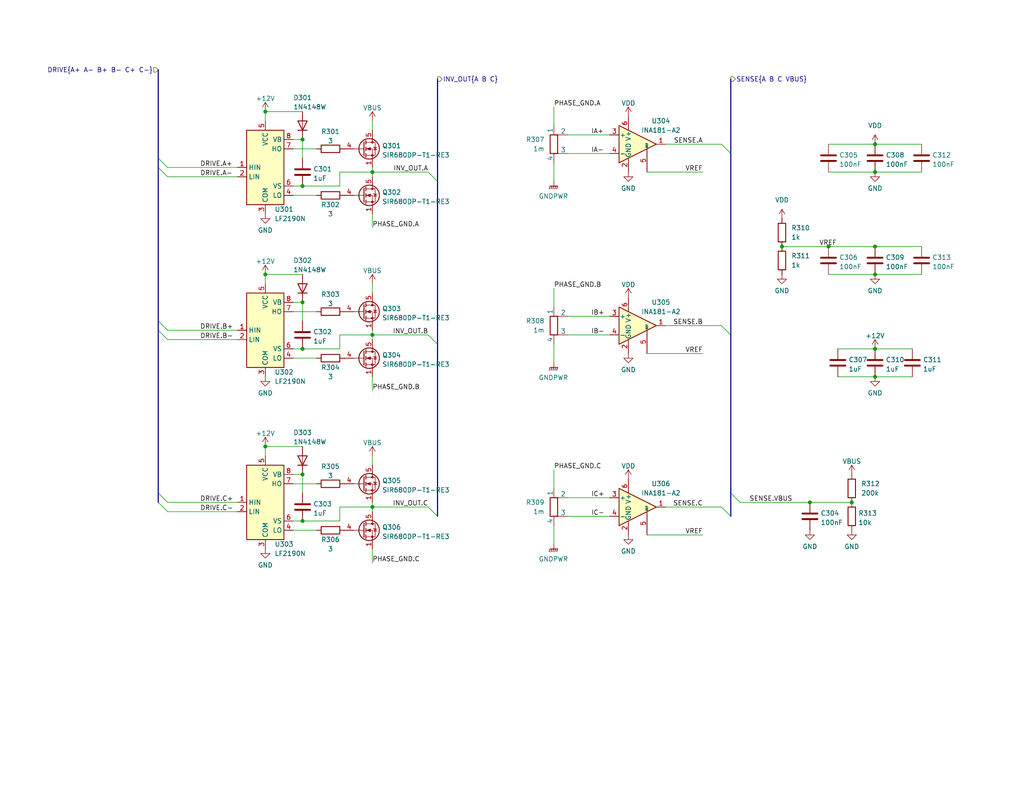
<source format=kicad_sch>
(kicad_sch (version 20230121) (generator eeschema)
  (paper "USLetter")
  (title_block (title "Radome Dish Motor Controller") (date "2023-03-29") (rev "1.0") (company "MIT Radio Society"))
  (lib_symbols
    (symbol "Amplifier_Current:INA181" (pin_names (offset 0.127))
      (property "Reference" "U" (at 3.81 3.81 0))
      (property "Value" "INA181" (at 3.81 -2.54 0))
      (symbol "INA181_0_1"
        (polyline (pts (xy 5.08 0) (xy -5.08 5.08) (xy -5.08 -5.08) (xy 5.08 0)) (stroke (width 0.254)) (fill (type background)))
      )
      (symbol "INA181_1_1"
        (pin output line (at 7.62 0 180) (length 2.54) (name "~") (number "1"))
        (pin power_in line (at -2.54 -7.62 90) (length 3.81) (name "GND") (number "2"))
        (pin input line (at -7.62 2.54 0) (length 2.54) (name "+") (number "3"))
        (pin input line (at -7.62 -2.54 0) (length 2.54) (name "-") (number "4"))
        (pin input line (at 2.54 -7.62 90) (length 6.35) (name "REF") (number "5"))
        (pin power_in line (at -2.54 7.62 270) (length 3.81) (name "V+") (number "6"))
      )
    )
    (symbol "Device:C" (pin_numbers hide) (pin_names (offset 0.254))
      (property "Reference" "C" (at 0.635 2.54 0))
      (property "Value" "C" (at 0.635 -2.54 0))
      (symbol "C_0_1"
        (polyline (pts (xy -2.032 -0.762) (xy 2.032 -0.762)) (stroke (width 0.508)))
        (polyline (pts (xy -2.032 0.762) (xy 2.032 0.762)) (stroke (width 0.508)))
      )
      (symbol "C_1_1"
        (pin passive line (at 0 3.81 270) (length 2.794) (name "~") (number "1"))
        (pin passive line (at 0 -3.81 90) (length 2.794) (name "~") (number "2"))
      )
    )
    (symbol "Device:R" (pin_numbers hide) (pin_names (offset 0))
      (property "Reference" "R" (at 2.032 0 90))
      (property "Value" "R" (at 0 0 90))
      (symbol "R_0_1"
        (rectangle (start -1.016 -2.54) (end 1.016 2.54) (stroke (width 0.254)))
      )
      (symbol "R_1_1"
        (pin passive line (at 0 3.81 270) (length 1.27) (name "~") (number "1"))
        (pin passive line (at 0 -3.81 90) (length 1.27) (name "~") (number "2"))
      )
    )
    (symbol "Device:R_Shunt" (pin_numbers hide) (pin_names (offset 0))
      (property "Reference" "R" (at -4.445 0 90))
      (property "Value" "R_Shunt" (at -2.54 0 90))
      (symbol "R_Shunt_0_1"
        (rectangle (start -1.016 -2.54) (end 1.016 2.54) (stroke (width 0.254)))
        (polyline (pts (xy 0 -2.54) (xy 1.27 -2.54)))
        (polyline (pts (xy 1.27 2.54) (xy 0 2.54)))
      )
      (symbol "R_Shunt_1_1"
        (pin passive line (at 0 5.08 270) (length 2.54) (name "1") (number "1"))
        (pin passive line (at 3.81 2.54 180) (length 2.54) (name "2") (number "2"))
        (pin passive line (at 3.81 -2.54 180) (length 2.54) (name "3") (number "3"))
        (pin passive line (at 0 -5.08 90) (length 2.54) (name "4") (number "4"))
      )
    )
    (symbol "Diode:1N4148W" (pin_numbers hide) (pin_names (offset 1.016) hide)
      (property "Reference" "D" (at 0 2.54 0))
      (property "Value" "1N4148W" (at 0 -2.54 0))
      (symbol "1N4148W_0_1"
        (polyline (pts (xy -1.27 1.27) (xy -1.27 -1.27)) (stroke (width 0.254)))
        (polyline (pts (xy 1.27 0) (xy -1.27 0)))
        (polyline (pts (xy 1.27 1.27) (xy 1.27 -1.27) (xy -1.27 0) (xy 1.27 1.27)) (stroke (width 0.254)))
      )
      (symbol "1N4148W_1_1"
        (pin passive line (at -3.81 0 0) (length 2.54) (name "K") (number "1"))
        (pin passive line (at 3.81 0 180) (length 2.54) (name "A") (number "2"))
      )
    )
    (symbol "Driver_FET:IRS2181"
      (property "Reference" "U" (at 1.27 13.335 0))
      (property "Value" "IRS2181" (at 1.27 11.43 0))
      (symbol "IRS2181_0_1"
        (rectangle (start -5.08 -10.16) (end 5.08 10.16) (stroke (width 0.254)) (fill (type background)))
      )
      (symbol "IRS2181_1_1"
        (pin input line (at -7.62 0 0) (length 2.54) (name "HIN") (number "1"))
        (pin input line (at -7.62 -2.54 0) (length 2.54) (name "LIN") (number "2"))
        (pin power_in line (at 0 -12.7 90) (length 2.54) (name "COM") (number "3"))
        (pin output line (at 7.62 -7.62 180) (length 2.54) (name "LO") (number "4"))
        (pin power_in line (at 0 12.7 270) (length 2.54) (name "VCC") (number "5"))
        (pin passive line (at 7.62 -5.08 180) (length 2.54) (name "VS") (number "6"))
        (pin output line (at 7.62 5.08 180) (length 2.54) (name "HO") (number "7"))
        (pin passive line (at 7.62 7.62 180) (length 2.54) (name "VB") (number "8"))
      )
    )
    (symbol "Transistor_FET:Si7336ADP" (pin_names hide)
      (property "Reference" "Q" (at 5.08 1.905 0))
      (property "Value" "Si7336ADP" (at 5.08 0 0))
      (symbol "Si7336ADP_0_1"
        (polyline (pts (xy 0.254 0) (xy -2.54 0)))
        (polyline (pts (xy 0.254 1.905) (xy 0.254 -1.905)) (stroke (width 0.254)))
        (polyline (pts (xy 0.762 -1.27) (xy 0.762 -2.286)) (stroke (width 0.254)))
        (polyline (pts (xy 0.762 0.508) (xy 0.762 -0.508)) (stroke (width 0.254)))
        (polyline (pts (xy 0.762 2.286) (xy 0.762 1.27)) (stroke (width 0.254)))
        (polyline (pts (xy 2.54 2.54) (xy 2.54 1.778)))
        (polyline (pts (xy 2.54 -2.54) (xy 2.54 0) (xy 0.762 0)))
        (polyline (pts (xy 0.762 -1.778) (xy 3.302 -1.778) (xy 3.302 1.778) (xy 0.762 1.778)))
        (polyline (pts (xy 1.016 0) (xy 2.032 0.381) (xy 2.032 -0.381) (xy 1.016 0)) (fill (type outline)))
        (polyline (pts (xy 2.794 0.508) (xy 2.921 0.381) (xy 3.683 0.381) (xy 3.81 0.254)))
        (polyline (pts (xy 3.302 0.381) (xy 2.921 -0.254) (xy 3.683 -0.254) (xy 3.302 0.381)))
        (circle (center 1.651 0) (radius 2.794) (stroke (width 0.254)))
        (circle (center 2.54 -1.778) (radius 0.254) (fill (type outline)))
        (circle (center 2.54 1.778) (radius 0.254) (fill (type outline)))
      )
      (symbol "Si7336ADP_1_1"
        (pin passive line (at 2.54 -5.08 90) (length 2.54) (name "S") (number "1"))
        (pin passive line (at 2.54 -5.08 90) (length 2.54) hide (name "S") (number "2"))
        (pin passive line (at 2.54 -5.08 90) (length 2.54) hide (name "S") (number "3"))
        (pin input line (at -5.08 0 0) (length 2.54) (name "G") (number "4"))
        (pin passive line (at 2.54 5.08 270) (length 2.54) (name "D") (number "5"))
      )
    )
    (symbol "VDD_1" (power) (pin_names (offset 0))
      (property "Value" "VDD_1" (at 0 3.81 0))
      (symbol "VDD_1_0_1"
        (polyline (pts (xy -0.762 1.27) (xy 0 2.54)))
        (polyline (pts (xy 0 0) (xy 0 2.54)))
        (polyline (pts (xy 0 2.54) (xy 0.762 1.27)))
      )
      (symbol "VDD_1_1_1"
        (pin power_in line (at 0 0 90) (length 0) hide (name "VDD") (number "1"))
      )
    )
    (symbol "VDD_2" (power) (pin_names (offset 0))
      (property "Value" "VDD_2" (at 0 3.81 0))
      (symbol "VDD_2_0_1"
        (polyline (pts (xy -0.762 1.27) (xy 0 2.54)))
        (polyline (pts (xy 0 0) (xy 0 2.54)))
        (polyline (pts (xy 0 2.54) (xy 0.762 1.27)))
      )
      (symbol "VDD_2_1_1"
        (pin power_in line (at 0 0 90) (length 0) hide (name "VDD") (number "1"))
      )
    )
    (symbol "power:+12V" (power) (pin_names (offset 0))
      (property "Value" "+12V" (at 0 3.556 0))
      (symbol "+12V_0_1"
        (polyline (pts (xy -0.762 1.27) (xy 0 2.54)))
        (polyline (pts (xy 0 0) (xy 0 2.54)))
        (polyline (pts (xy 0 2.54) (xy 0.762 1.27)))
      )
      (symbol "+12V_1_1"
        (pin power_in line (at 0 0 90) (length 0) hide (name "+12V") (number "1"))
      )
    )
    (symbol "power:GND" (power) (pin_names (offset 0))
      (property "Value" "GND" (at 0 -3.81 0))
      (symbol "GND_0_1"
        (polyline (pts (xy 0 0) (xy 0 -1.27) (xy 1.27 -1.27) (xy 0 -2.54) (xy -1.27 -1.27) (xy 0 -1.27)))
      )
      (symbol "GND_1_1"
        (pin power_in line (at 0 0 270) (length 0) hide (name "GND") (number "1"))
      )
    )
    (symbol "power:GNDPWR" (power) (pin_names (offset 0))
      (property "Value" "GNDPWR" (at 0 -3.302 0))
      (symbol "GNDPWR_0_1"
        (polyline (pts (xy 0 -1.27) (xy 0 0)))
        (polyline (pts (xy -1.016 -1.27) (xy -1.27 -2.032) (xy -1.27 -2.032)) (stroke (width 0.2032)))
        (polyline (pts (xy -0.508 -1.27) (xy -0.762 -2.032) (xy -0.762 -2.032)) (stroke (width 0.2032)))
        (polyline (pts (xy 0 -1.27) (xy -0.254 -2.032) (xy -0.254 -2.032)) (stroke (width 0.2032)))
        (polyline (pts (xy 0.508 -1.27) (xy 0.254 -2.032) (xy 0.254 -2.032)) (stroke (width 0.2032)))
        (polyline (pts (xy 1.016 -1.27) (xy -1.016 -1.27) (xy -1.016 -1.27)) (stroke (width 0.2032)))
        (polyline (pts (xy 1.016 -1.27) (xy 0.762 -2.032) (xy 0.762 -2.032) (xy 0.762 -2.032)) (stroke (width 0.2032)))
      )
      (symbol "GNDPWR_1_1"
        (pin power_in line (at 0 0 270) (length 0) hide (name "GNDPWR") (number "1"))
      )
    )
    (symbol "power:VBUS" (power) (pin_names (offset 0))
      (property "Value" "VBUS" (at 0 3.81 0))
      (symbol "VBUS_0_1"
        (polyline (pts (xy -0.762 1.27) (xy 0 2.54)))
        (polyline (pts (xy 0 0) (xy 0 2.54)))
        (polyline (pts (xy 0 2.54) (xy 0.762 1.27)))
      )
      (symbol "VBUS_1_1"
        (pin power_in line (at 0 0 90) (length 0) hide (name "VBUS") (number "1"))
      )
    )
    (symbol "power:VDD" (power) (pin_names (offset 0))
      (property "Value" "VDD" (at 0 3.81 0))
      (symbol "VDD_0_1"
        (polyline (pts (xy -0.762 1.27) (xy 0 2.54)))
        (polyline (pts (xy 0 0) (xy 0 2.54)))
        (polyline (pts (xy 0 2.54) (xy 0.762 1.27)))
      )
      (symbol "VDD_1_1"
        (pin power_in line (at 0 0 90) (length 0) hide (name "VDD") (number "1"))
      )
    )
  )
  (junction (at 101.6 91.44))
  (junction (at 101.6 138.43))
  (junction (at 238.76 67.31))
  (junction (at 72.39 30.48))
  (junction (at 226.06 67.31))
  (junction (at 82.55 129.54))
  (junction (at 238.76 102.87))
  (junction (at 238.76 46.99))
  (junction (at 238.76 39.37))
  (junction (at 72.39 74.93))
  (junction (at 82.55 50.8))
  (junction (at 213.36 67.31))
  (junction (at 82.55 82.55))
  (junction (at 238.76 95.25))
  (junction (at 220.98 137.16))
  (junction (at 82.55 142.24))
  (junction (at 82.55 38.1))
  (junction (at 238.76 74.93))
  (junction (at 101.6 46.99))
  (junction (at 72.39 121.92))
  (junction (at 82.55 95.25))
  (junction (at 232.41 137.16))
  (bus_entry (at 116.84 138.43) (size 2.54 2.54))
  (bus_entry (at 196.85 39.37) (size 2.54 2.54))
  (bus_entry (at 199.39 134.62) (size 2.54 2.54))
  (bus_entry (at 43.18 43.18) (size 2.54 2.54))
  (bus_entry (at 43.18 137.16) (size 2.54 2.54))
  (bus_entry (at 196.85 88.9) (size 2.54 2.54))
  (bus_entry (at 116.84 46.99) (size 2.54 2.54))
  (bus_entry (at 43.18 87.63) (size 2.54 2.54))
  (bus_entry (at 43.18 45.72) (size 2.54 2.54))
  (bus_entry (at 196.85 138.43) (size 2.54 2.54))
  (bus_entry (at 43.18 134.62) (size 2.54 2.54))
  (bus_entry (at 116.84 91.44) (size 2.54 2.54))
  (bus_entry (at 43.18 90.17) (size 2.54 2.54))
  (wire (pts (xy 101.6 90.17) (xy 101.6 91.44)))
  (wire (pts (xy 72.39 121.92) (xy 72.39 124.46)))
  (wire (pts (xy 45.72 48.26) (xy 64.77 48.26)))
  (wire (pts (xy 181.61 138.43) (xy 196.85 138.43)))
  (wire (pts (xy 101.6 33.02) (xy 101.6 35.56)))
  (wire (pts (xy 226.06 67.31) (xy 238.76 67.31)))
  (wire (pts (xy 226.06 74.93) (xy 238.76 74.93)))
  (wire (pts (xy 101.6 46.99) (xy 92.71 46.99)))
  (wire (pts (xy 201.93 137.16) (xy 220.98 137.16)))
  (wire (pts (xy 154.94 135.89) (xy 166.37 135.89)))
  (wire (pts (xy 45.72 92.71) (xy 64.77 92.71)))
  (wire (pts (xy 226.06 46.99) (xy 238.76 46.99)))
  (wire (pts (xy 176.53 46.99) (xy 191.77 46.99)))
  (bus (pts (xy 199.39 41.91) (xy 199.39 91.44)))
  (wire (pts (xy 82.55 43.18) (xy 82.55 38.1)))
  (wire (pts (xy 82.55 134.62) (xy 82.55 129.54)))
  (wire (pts (xy 92.71 46.99) (xy 92.71 50.8)))
  (wire (pts (xy 181.61 88.9) (xy 196.85 88.9)))
  (wire (pts (xy 238.76 74.93) (xy 251.46 74.93)))
  (wire (pts (xy 101.6 124.46) (xy 101.6 127)))
  (bus (pts (xy 199.39 21.59) (xy 199.39 41.91)))
  (wire (pts (xy 45.72 139.7) (xy 64.77 139.7)))
  (wire (pts (xy 151.13 93.98) (xy 151.13 99.06)))
  (wire (pts (xy 82.55 121.92) (xy 72.39 121.92)))
  (wire (pts (xy 45.72 45.72) (xy 64.77 45.72)))
  (wire (pts (xy 238.76 46.99) (xy 251.46 46.99)))
  (wire (pts (xy 80.01 53.34) (xy 86.36 53.34)))
  (wire (pts (xy 101.6 91.44) (xy 116.84 91.44)))
  (wire (pts (xy 101.6 91.44) (xy 101.6 92.71)))
  (bus (pts (xy 119.38 49.53) (xy 119.38 93.98)))
  (wire (pts (xy 101.6 58.42) (xy 101.6 62.23)))
  (wire (pts (xy 154.94 91.44) (xy 166.37 91.44)))
  (wire (pts (xy 82.55 129.54) (xy 80.01 129.54)))
  (wire (pts (xy 101.6 46.99) (xy 116.84 46.99)))
  (wire (pts (xy 154.94 41.91) (xy 166.37 41.91)))
  (wire (pts (xy 151.13 29.21) (xy 151.13 34.29)))
  (wire (pts (xy 213.36 67.31) (xy 226.06 67.31)))
  (wire (pts (xy 154.94 86.36) (xy 166.37 86.36)))
  (wire (pts (xy 72.39 74.93) (xy 72.39 77.47)))
  (wire (pts (xy 80.01 85.09) (xy 86.36 85.09)))
  (wire (pts (xy 151.13 128.27) (xy 151.13 133.35)))
  (wire (pts (xy 45.72 90.17) (xy 64.77 90.17)))
  (bus (pts (xy 43.18 87.63) (xy 43.18 90.17)))
  (wire (pts (xy 101.6 45.72) (xy 101.6 46.99)))
  (wire (pts (xy 238.76 95.25) (xy 248.92 95.25)))
  (wire (pts (xy 151.13 78.74) (xy 151.13 83.82)))
  (wire (pts (xy 92.71 50.8) (xy 82.55 50.8)))
  (wire (pts (xy 92.71 142.24) (xy 82.55 142.24)))
  (wire (pts (xy 238.76 67.31) (xy 251.46 67.31)))
  (wire (pts (xy 101.6 138.43) (xy 92.71 138.43)))
  (wire (pts (xy 101.6 137.16) (xy 101.6 138.43)))
  (wire (pts (xy 82.55 87.63) (xy 82.55 82.55)))
  (wire (pts (xy 92.71 138.43) (xy 92.71 142.24)))
  (wire (pts (xy 92.71 95.25) (xy 82.55 95.25)))
  (wire (pts (xy 80.01 97.79) (xy 86.36 97.79)))
  (wire (pts (xy 101.6 77.47) (xy 101.6 80.01)))
  (bus (pts (xy 43.18 134.62) (xy 43.18 137.16)))
  (wire (pts (xy 80.01 95.25) (xy 82.55 95.25)))
  (wire (pts (xy 101.6 149.86) (xy 101.6 153.67)))
  (wire (pts (xy 101.6 46.99) (xy 101.6 48.26)))
  (wire (pts (xy 82.55 74.93) (xy 72.39 74.93)))
  (wire (pts (xy 151.13 143.51) (xy 151.13 148.59)))
  (bus (pts (xy 199.39 134.62) (xy 199.39 140.97)))
  (wire (pts (xy 176.53 146.05) (xy 191.77 146.05)))
  (wire (pts (xy 151.13 44.45) (xy 151.13 49.53)))
  (bus (pts (xy 43.18 43.18) (xy 43.18 45.72)))
  (wire (pts (xy 154.94 140.97) (xy 166.37 140.97)))
  (wire (pts (xy 154.94 36.83) (xy 166.37 36.83)))
  (wire (pts (xy 101.6 138.43) (xy 116.84 138.43)))
  (wire (pts (xy 45.72 137.16) (xy 64.77 137.16)))
  (wire (pts (xy 220.98 137.16) (xy 232.41 137.16)))
  (wire (pts (xy 80.01 40.64) (xy 86.36 40.64)))
  (wire (pts (xy 228.6 102.87) (xy 238.76 102.87)))
  (wire (pts (xy 82.55 82.55) (xy 80.01 82.55)))
  (wire (pts (xy 82.55 38.1) (xy 80.01 38.1)))
  (bus (pts (xy 43.18 90.17) (xy 43.18 134.62)))
  (bus (pts (xy 119.38 21.59) (xy 119.38 49.53)))
  (wire (pts (xy 80.01 144.78) (xy 86.36 144.78)))
  (wire (pts (xy 226.06 39.37) (xy 238.76 39.37)))
  (bus (pts (xy 199.39 91.44) (xy 199.39 134.62)))
  (wire (pts (xy 228.6 95.25) (xy 238.76 95.25)))
  (wire (pts (xy 82.55 30.48) (xy 72.39 30.48)))
  (wire (pts (xy 181.61 39.37) (xy 196.85 39.37)))
  (wire (pts (xy 101.6 102.87) (xy 101.6 106.68)))
  (wire (pts (xy 80.01 142.24) (xy 82.55 142.24)))
  (wire (pts (xy 238.76 39.37) (xy 251.46 39.37)))
  (wire (pts (xy 72.39 30.48) (xy 72.39 33.02)))
  (wire (pts (xy 101.6 138.43) (xy 101.6 139.7)))
  (wire (pts (xy 80.01 50.8) (xy 82.55 50.8)))
  (wire (pts (xy 92.71 91.44) (xy 92.71 95.25)))
  (bus (pts (xy 119.38 93.98) (xy 119.38 140.97)))
  (wire (pts (xy 238.76 102.87) (xy 248.92 102.87)))
  (wire (pts (xy 80.01 132.08) (xy 86.36 132.08)))
  (bus (pts (xy 43.18 45.72) (xy 43.18 87.63)))
  (wire (pts (xy 176.53 96.52) (xy 191.77 96.52)))
  (bus (pts (xy 43.18 19.05) (xy 43.18 43.18)))
  (wire (pts (xy 101.6 91.44) (xy 92.71 91.44)))
  (label "DRIVE.C-" (at 54.61 139.7 0))
  (label "IB+" (at 161.29 86.36 0))
  (label "VREF" (at 191.77 46.99 180))
  (label "IA-" (at 161.29 41.91 0))
  (label "IA+" (at 161.29 36.83 0))
  (label "PHASE_GND.B" (at 151.13 78.74 0))
  (label "SENSE.B" (at 191.77 88.9 180))
  (label "INV_OUT.C" (at 116.84 138.43 180))
  (label "INV_OUT.A" (at 116.84 46.99 180))
  (label "IC+" (at 161.29 135.89 0))
  (label "SENSE.A" (at 191.77 39.37 180))
  (label "IC-" (at 161.29 140.97 0))
  (label "SENSE.VBUS" (at 204.47 137.16 0))
  (label "PHASE_GND.C" (at 101.6 153.67 0))
  (label "PHASE_GND.C" (at 151.13 128.27 0))
  (label "PHASE_GND.A" (at 151.13 29.21 0))
  (label "INV_OUT.B" (at 116.84 91.44 180))
  (label "DRIVE.B-" (at 54.61 92.71 0))
  (label "DRIVE.C+" (at 54.61 137.16 0))
  (label "IB-" (at 161.29 91.44 0))
  (label "DRIVE.A-" (at 54.61 48.26 0))
  (label "VREF" (at 191.77 146.05 180))
  (label "SENSE.C" (at 191.77 138.43 180))
  (label "DRIVE.A+" (at 54.61 45.72 0))
  (label "VREF" (at 223.52 67.31 0))
  (label "VREF" (at 191.77 96.52 180))
  (label "PHASE_GND.A" (at 101.6 62.23 0))
  (label "PHASE_GND.B" (at 101.6 106.68 0))
  (label "DRIVE.B+" (at 54.61 90.17 0))
  (hierarchical_label "SENSE{A B C VBUS}" (shape output) (at 199.39 21.59 0))
  (hierarchical_label "INV_OUT{A B C}" (shape output) (at 119.38 21.59 0))
  (hierarchical_label "DRIVE{A+ A- B+ B- C+ C-}" (shape input) (at 43.18 19.05 180))
  (symbol (lib_id "power:VBUS") (at 101.6 77.47 0) (unit 1)
    (property "Reference" "#PWR0308" (effects hide))
    (property "Value" "VBUS" (at 101.6 73.8942 0))
  )
  (symbol (lib_id "power:GNDPWR") (at 151.13 99.06 0) (unit 1)
    (property "Reference" "#PWR0311" (effects hide))
    (property "Value" "GNDPWR" (at 151.003 103.097 0))
  )
  (symbol (lib_id "Device:C") (at 238.76 43.18 0) (unit 1)
    (property "Reference" "C308" (at 241.681 42.3453 0) (effects (justify left)))
    (property "Value" "100nF" (at 241.681 44.8822 0) (effects (justify left)))
    (property "Footprint" "Capacitor_SMD:C_0603_1608Metric" (effects hide))
    (property "digikeypn" "1276-1935-1-ND" (effects hide))
    (property "LCSC" "C1591" (effects hide))
  )
  (symbol (lib_id "Device:R") (at 213.36 71.12 0) (unit 1)
    (property "Reference" "R311" (at 215.9 69.8499 0) (effects (justify left)))
    (property "Value" "1k" (at 215.9 72.3899 0) (effects (justify left)))
    (property "Footprint" "Resistor_SMD:R_0603_1608Metric" (effects hide))
    (property "digikeypn" "RMCF0603FT10K0CT-ND" (effects hide))
    (property "LCSC" "C2924142" (effects hide))
  )
  (symbol (lib_id "Amplifier_Current:INA181") (at 173.99 138.43 0) (unit 1)
    (property "Reference" "U306" (at 180.34 132.08 0))
    (property "Value" "INA181-A2" (at 180.34 134.6169 0))
    (property "Footprint" "Package_TO_SOT_SMD:SOT-23-6" (effects hide))
    (property "Datasheet" "http://www.ti.com/lit/ds/symlink/ina181.pdf" (effects hide))
    (property "digikeypn" "296-47657-1-ND" (effects hide))
    (property "LCSC" "C116200" (effects hide))
  )
  (symbol (lib_id "Diode:1N4148W") (at 82.55 78.74 90) (unit 1)
    (property "Reference" "D302" (at 80.01 71.12 90) (effects (justify right)))
    (property "Value" "1N4148W" (at 80.01 73.6569 90) (effects (justify right)))
    (property "Footprint" "Diode_SMD:D_SOD-123" (effects hide))
    (property "Datasheet" "https://www.vishay.com/docs/85748/1n4148w.pdf" (effects hide))
    (property "digikeypn" "1N4148W-13FDICT-ND" (effects hide))
    (property "LCSC" "C112342" (effects hide))
  )
  (symbol (lib_id "Transistor_FET:Si7336ADP") (at 99.06 132.08 0) (unit 1)
    (property "Reference" "Q305" (at 104.267 131.2453 0) (effects (justify left)))
    (property "Value" "SIR680DP-T1-RE3" (at 104.267 133.7822 0) (effects (justify left)))
    (property "Footprint" "Package_SO:PowerPAK_SO-8_Single" (effects hide))
    (property "Datasheet" "https://www.vishay.com/docs/65162/sir426dp.pdf" (effects hide))
    (property "digikeypn" "SIR426DP-T1-GE3CT-ND" (effects hide))
  )
  (symbol (lib_id "power:VBUS") (at 232.41 129.54 0) (unit 1)
    (property "Reference" "#PWR0322" (effects hide))
    (property "Value" "VBUS" (at 232.41 125.9642 0))
  )
  (symbol (lib_id "Device:R") (at 213.36 63.5 0) (unit 1)
    (property "Reference" "R310" (at 215.9 62.2299 0) (effects (justify left)))
    (property "Value" "1k" (at 215.9 64.7699 0) (effects (justify left)))
    (property "Footprint" "Resistor_SMD:R_0603_1608Metric" (effects hide))
    (property "digikeypn" "RMCF0603FT10K0CT-ND" (effects hide))
    (property "LCSC" "C2924142" (effects hide))
  )
  (symbol (lib_id "Device:R") (at 90.17 144.78 90) (mirror x) (unit 1)
    (property "Reference" "R306" (at 90.17 147.3231 90))
    (property "Value" "3" (at 90.17 149.86 90))
    (property "Footprint" "Resistor_SMD:R_0603_1608Metric" (effects hide))
    (property "digikeypn" "RMCF0603FT3R00CT-ND" (effects hide))
    (property "LCSC" "C137724" (effects hide))
  )
  (symbol (lib_id "power:+12V") (at 72.39 74.93 0) (unit 1)
    (property "Reference" "#PWR0303" (effects hide))
    (property "Value" "+12V" (at 72.39 71.3542 0))
  )
  (symbol (lib_id "Amplifier_Current:INA181") (at 173.99 88.9 0) (unit 1)
    (property "Reference" "U305" (at 180.34 82.55 0))
    (property "Value" "INA181-A2" (at 180.34 85.0869 0))
    (property "Footprint" "Package_TO_SOT_SMD:SOT-23-6" (effects hide))
    (property "Datasheet" "http://www.ti.com/lit/ds/symlink/ina181.pdf" (effects hide))
    (property "digikeypn" "296-47657-1-ND" (effects hide))
    (property "LCSC" "C116200" (effects hide))
  )
  (symbol (lib_id "power:GND") (at 72.39 102.87 0) (unit 1)
    (property "Reference" "#PWR0304" (effects hide))
    (property "Value" "GND" (at 72.39 107.3134 0))
  )
  (symbol (lib_id "Transistor_FET:Si7336ADP") (at 99.06 85.09 0) (unit 1)
    (property "Reference" "Q303" (at 104.267 84.2553 0) (effects (justify left)))
    (property "Value" "SIR680DP-T1-RE3" (at 104.267 86.7922 0) (effects (justify left)))
    (property "Footprint" "Package_SO:PowerPAK_SO-8_Single" (effects hide))
    (property "Datasheet" "https://www.vishay.com/docs/65162/sir426dp.pdf" (effects hide))
    (property "digikeypn" "SIR426DP-T1-GE3CT-ND" (effects hide))
  )
  (symbol (lib_id "Device:C") (at 251.46 71.12 0) (unit 1)
    (property "Reference" "C313" (at 254.381 70.2853 0) (effects (justify left)))
    (property "Value" "100nF" (at 254.381 72.8222 0) (effects (justify left)))
    (property "Footprint" "Capacitor_SMD:C_0603_1608Metric" (effects hide))
    (property "digikeypn" "1276-1935-1-ND" (effects hide))
    (property "LCSC" "C1591" (effects hide))
  )
  (symbol (lib_id "power:VDD") (at 171.45 130.81 0) (unit 1)
    (property "Reference" "#PWR0317" (effects hide))
    (property "Value" "VDD" (at 171.45 127.2342 0))
  )
  (symbol (lib_id "power:GND") (at 171.45 146.05 0) (unit 1)
    (property "Reference" "#PWR0318" (effects hide))
    (property "Value" "GND" (at 171.45 150.4934 0))
  )
  (symbol (lib_id "Device:C") (at 238.76 99.06 0) (unit 1)
    (property "Reference" "C310" (at 241.681 98.2253 0) (effects (justify left)))
    (property "Value" "1uF" (at 241.681 100.7622 0) (effects (justify left)))
    (property "Footprint" "Capacitor_SMD:C_0603_1608Metric" (effects hide))
    (property "digikeypn" "1276-1860-1-ND" (effects hide))
    (property "LCSC" "C15849" (effects hide))
  )
  (symbol (lib_id "Device:C") (at 238.76 71.12 0) (unit 1)
    (property "Reference" "C309" (at 241.681 70.2853 0) (effects (justify left)))
    (property "Value" "100nF" (at 241.681 72.8222 0) (effects (justify left)))
    (property "Footprint" "Capacitor_SMD:C_0603_1608Metric" (effects hide))
    (property "digikeypn" "1276-1935-1-ND" (effects hide))
    (property "LCSC" "C1591" (effects hide))
  )
  (symbol (lib_id "Device:R_Shunt") (at 151.13 138.43 0) (unit 1)
    (property "Reference" "R309" (at 148.59 137.1599 0) (effects (justify right)))
    (property "Value" "1m" (at 148.59 139.6999 0) (effects (justify right)))
    (property "Footprint" "Resistor_SMD:R_Shunt_Vishay_WSK2512_6332Metric_T2.21mm" (effects hide))
    (property "LCSC" "C459678" (effects hide))
  )
  (symbol (lib_id "power:+12V") (at 72.39 30.48 0) (unit 1)
    (property "Reference" "#PWR0301" (effects hide))
    (property "Value" "+12V" (at 72.39 26.9042 0))
  )
  (symbol (lib_id "Device:R_Shunt") (at 151.13 88.9 0) (unit 1)
    (property "Reference" "R308" (at 148.59 87.6299 0) (effects (justify right)))
    (property "Value" "1m" (at 148.59 90.1699 0) (effects (justify right)))
    (property "Footprint" "Resistor_SMD:R_Shunt_Vishay_WSK2512_6332Metric_T2.21mm" (effects hide))
    (property "LCSC" "C459678" (effects hide))
  )
  (symbol (lib_id "power:VBUS") (at 101.6 124.46 0) (unit 1)
    (property "Reference" "#PWR0309" (effects hide))
    (property "Value" "VBUS" (at 101.6 120.8842 0))
  )
  (symbol (lib_id "Device:C") (at 82.55 46.99 0) (unit 1)
    (property "Reference" "C301" (at 85.471 46.1553 0) (effects (justify left)))
    (property "Value" "1uF" (at 85.471 48.6922 0) (effects (justify left)))
    (property "Footprint" "Capacitor_SMD:C_0603_1608Metric" (effects hide))
    (property "digikeypn" "1276-1860-1-ND" (effects hide))
    (property "LCSC" "C15849" (effects hide))
  )
  (symbol (lib_id "power:GNDPWR") (at 151.13 148.59 0) (unit 1)
    (property "Reference" "#PWR0312" (effects hide))
    (property "Value" "GNDPWR" (at 151.003 152.627 0))
  )
  (symbol (lib_id "Driver_FET:IRS2181") (at 72.39 137.16 0) (unit 1)
    (property "Reference" "U303" (at 74.93 148.5931 0) (effects (justify left)))
    (property "Value" "LF2190N" (at 74.93 151.13 0) (effects (justify left)))
    (property "Footprint" "Package_SO:SOIC-8_3.9x4.9mm_P1.27mm" (effects hide))
    (property "Datasheet" "https://www.littelfuse.com/~/media/electronics/datasheets/power_semiconductors/littelfuse_gate_drivers_lf2190n_datasheet.pdf.pdf" (effects hide))
    (property "digikeypn" "212-LF2190NTRCT-ND" (effects hide))
    (property "LCSC" "C3655431" (effects hide))
  )
  (symbol (lib_id "Device:C") (at 226.06 43.18 0) (unit 1)
    (property "Reference" "C305" (at 228.981 42.3453 0) (effects (justify left)))
    (property "Value" "100nF" (at 228.981 44.8822 0) (effects (justify left)))
    (property "Footprint" "Capacitor_SMD:C_0603_1608Metric" (effects hide))
    (property "digikeypn" "1276-1935-1-ND" (effects hide))
    (property "LCSC" "C1591" (effects hide))
  )
  (symbol (lib_id "Amplifier_Current:INA181") (at 173.99 39.37 0) (unit 1)
    (property "Reference" "U304" (at 180.34 33.02 0))
    (property "Value" "INA181-A2" (at 180.34 35.5569 0))
    (property "Footprint" "Package_TO_SOT_SMD:SOT-23-6" (effects hide))
    (property "Datasheet" "http://www.ti.com/lit/ds/symlink/ina181.pdf" (effects hide))
    (property "digikeypn" "296-47657-1-ND" (effects hide))
    (property "LCSC" "C116200" (effects hide))
  )
  (symbol (lib_id "power:GND") (at 72.39 149.86 0) (unit 1)
    (property "Reference" "#PWR0306" (effects hide))
    (property "Value" "GND" (at 72.39 154.3034 0))
  )
  (symbol (lib_id "Device:R") (at 90.17 132.08 90) (unit 1)
    (property "Reference" "R305" (at 90.17 127.3642 90))
    (property "Value" "3" (at 90.17 129.9011 90))
    (property "Footprint" "Resistor_SMD:R_0603_1608Metric" (effects hide))
    (property "digikeypn" "RMCF0603FT3R00CT-ND" (effects hide))
    (property "LCSC" "C137724" (effects hide))
  )
  (symbol (lib_id "Device:C") (at 248.92 99.06 0) (unit 1)
    (property "Reference" "C311" (at 251.841 98.2253 0) (effects (justify left)))
    (property "Value" "1uF" (at 251.841 100.7622 0) (effects (justify left)))
    (property "Footprint" "Capacitor_SMD:C_0603_1608Metric" (effects hide))
    (property "digikeypn" "1276-1860-1-ND" (effects hide))
    (property "LCSC" "C15849" (effects hide))
  )
  (symbol (lib_id "power:GND") (at 238.76 46.99 0) (unit 1)
    (property "Reference" "#PWR0325" (effects hide))
    (property "Value" "GND" (at 238.76 51.4334 0))
  )
  (symbol (lib_id "Device:C") (at 220.98 140.97 0) (unit 1)
    (property "Reference" "C304" (at 223.901 140.1353 0) (effects (justify left)))
    (property "Value" "100nF" (at 223.901 142.6722 0) (effects (justify left)))
    (property "Footprint" "Capacitor_SMD:C_0603_1608Metric" (effects hide))
    (property "digikeypn" "1276-1935-1-ND" (effects hide))
    (property "LCSC" "C1591" (effects hide))
  )
  (symbol (lib_name "VDD_2") (lib_id "power:VDD") (at 213.36 59.69 0) (unit 1)
    (property "Reference" "#PWR0320" (effects hide))
    (property "Value" "VDD" (at 213.36 54.61 0))
  )
  (symbol (lib_id "Diode:1N4148W") (at 82.55 34.29 90) (unit 1)
    (property "Reference" "D301" (at 80.01 26.67 90) (effects (justify right)))
    (property "Value" "1N4148W" (at 80.01 29.2069 90) (effects (justify right)))
    (property "Footprint" "Diode_SMD:D_SOD-123" (effects hide))
    (property "Datasheet" "https://www.vishay.com/docs/85748/1n4148w.pdf" (effects hide))
    (property "digikeypn" "1N4148W-13FDICT-ND" (effects hide))
    (property "LCSC" "C112342" (effects hide))
  )
  (symbol (lib_id "Device:R") (at 90.17 53.34 90) (mirror x) (unit 1)
    (property "Reference" "R302" (at 90.17 55.8831 90))
    (property "Value" "3" (at 90.17 58.42 90))
    (property "Footprint" "Resistor_SMD:R_0603_1608Metric" (effects hide))
    (property "digikeypn" "RMCF0603FT3R00CT-ND" (effects hide))
    (property "LCSC" "C137724" (effects hide))
  )
  (symbol (lib_id "Driver_FET:IRS2181") (at 72.39 90.17 0) (unit 1)
    (property "Reference" "U302" (at 74.93 101.6031 0) (effects (justify left)))
    (property "Value" "LF2190N" (at 74.93 104.14 0) (effects (justify left)))
    (property "Footprint" "Package_SO:SOIC-8_3.9x4.9mm_P1.27mm" (effects hide))
    (property "Datasheet" "https://www.littelfuse.com/~/media/electronics/datasheets/power_semiconductors/littelfuse_gate_drivers_lf2190n_datasheet.pdf.pdf" (effects hide))
    (property "digikeypn" "212-LF2190NTRCT-ND" (effects hide))
    (property "LCSC" "C3655431" (effects hide))
  )
  (symbol (lib_id "power:GND") (at 213.36 74.93 0) (unit 1)
    (property "Reference" "#PWR0321" (effects hide))
    (property "Value" "GND" (at 213.36 79.3734 0))
  )
  (symbol (lib_id "power:+12V") (at 238.76 95.25 0) (unit 1)
    (property "Reference" "#PWR0327" (effects hide))
    (property "Value" "+12V" (at 238.76 91.6742 0))
  )
  (symbol (lib_id "Device:R") (at 232.41 133.35 0) (unit 1)
    (property "Reference" "R312" (at 234.95 132.0799 0) (effects (justify left)))
    (property "Value" "200k" (at 234.95 134.6199 0) (effects (justify left)))
    (property "Footprint" "Resistor_SMD:R_0603_1608Metric" (effects hide))
    (property "digikeypn" "CR0603-FX-5102ELFCT-ND" (effects hide))
    (property "LCSC" "C25811" (effects hide))
  )
  (symbol (lib_id "power:GNDPWR") (at 151.13 49.53 0) (unit 1)
    (property "Reference" "#PWR0310" (effects hide))
    (property "Value" "GNDPWR" (at 151.003 53.567 0))
  )
  (symbol (lib_id "power:GND") (at 238.76 102.87 0) (unit 1)
    (property "Reference" "#PWR0328" (effects hide))
    (property "Value" "GND" (at 238.76 107.3134 0))
  )
  (symbol (lib_id "power:GND") (at 238.76 74.93 0) (unit 1)
    (property "Reference" "#PWR0326" (effects hide))
    (property "Value" "GND" (at 238.76 79.3734 0))
  )
  (symbol (lib_id "Transistor_FET:Si7336ADP") (at 99.06 144.78 0) (unit 1)
    (property "Reference" "Q306" (at 104.267 143.9453 0) (effects (justify left)))
    (property "Value" "SIR680DP-T1-RE3" (at 104.267 146.4822 0) (effects (justify left)))
    (property "Footprint" "Package_SO:PowerPAK_SO-8_Single" (effects hide))
    (property "Datasheet" "https://www.vishay.com/docs/65162/sir426dp.pdf" (effects hide))
    (property "digikeypn" "SIR426DP-T1-GE3CT-ND" (effects hide))
  )
  (symbol (lib_id "Device:R") (at 232.41 140.97 0) (unit 1)
    (property "Reference" "R313" (at 234.188 140.1353 0) (effects (justify left)))
    (property "Value" "10k" (at 234.188 142.6722 0) (effects (justify left)))
    (property "Footprint" "Resistor_SMD:R_0603_1608Metric" (effects hide))
    (property "digikeypn" "RMCF0603FT10K0CT-ND" (effects hide))
    (property "LCSC" "C859110" (effects hide))
  )
  (symbol (lib_id "power:GND") (at 72.39 58.42 0) (unit 1)
    (property "Reference" "#PWR0302" (effects hide))
    (property "Value" "GND" (at 72.39 62.8634 0))
  )
  (symbol (lib_id "power:+12V") (at 72.39 121.92 0) (unit 1)
    (property "Reference" "#PWR0305" (effects hide))
    (property "Value" "+12V" (at 72.39 118.3442 0))
  )
  (symbol (lib_id "Device:C") (at 228.6 99.06 0) (unit 1)
    (property "Reference" "C307" (at 231.521 98.2253 0) (effects (justify left)))
    (property "Value" "1uF" (at 231.521 100.7622 0) (effects (justify left)))
    (property "Footprint" "Capacitor_SMD:C_0603_1608Metric" (effects hide))
    (property "digikeypn" "1276-1860-1-ND" (effects hide))
    (property "LCSC" "C15849" (effects hide))
  )
  (symbol (lib_id "Driver_FET:IRS2181") (at 72.39 45.72 0) (unit 1)
    (property "Reference" "U301" (at 74.93 57.1531 0) (effects (justify left)))
    (property "Value" "LF2190N" (at 74.93 59.69 0) (effects (justify left)))
    (property "Footprint" "Package_SO:SOIC-8_3.9x4.9mm_P1.27mm" (effects hide))
    (property "Datasheet" "https://www.littelfuse.com/~/media/electronics/datasheets/power_semiconductors/littelfuse_gate_drivers_lf2190n_datasheet.pdf.pdf" (effects hide))
    (property "digikeypn" "212-LF2190NTRCT-ND" (effects hide))
    (property "LCSC" "C3655431" (effects hide))
  )
  (symbol (lib_id "Device:R_Shunt") (at 151.13 39.37 0) (unit 1)
    (property "Reference" "R307" (at 148.59 38.0999 0) (effects (justify right)))
    (property "Value" "1m" (at 148.59 40.6399 0) (effects (justify right)))
    (property "Footprint" "Resistor_SMD:R_Shunt_Vishay_WSK2512_6332Metric_T2.21mm" (effects hide))
    (property "LCSC" "C459678" (effects hide))
  )
  (symbol (lib_id "Diode:1N4148W") (at 82.55 125.73 90) (unit 1)
    (property "Reference" "D303" (at 80.01 118.11 90) (effects (justify right)))
    (property "Value" "1N4148W" (at 80.01 120.6469 90) (effects (justify right)))
    (property "Footprint" "Diode_SMD:D_SOD-123" (effects hide))
    (property "Datasheet" "https://www.vishay.com/docs/85748/1n4148w.pdf" (effects hide))
    (property "digikeypn" "1N4148W-13FDICT-ND" (effects hide))
    (property "LCSC" "C112342" (effects hide))
  )
  (symbol (lib_id "power:GND") (at 171.45 46.99 0) (unit 1)
    (property "Reference" "#PWR0314" (effects hide))
    (property "Value" "GND" (at 171.45 51.4334 0))
  )
  (symbol (lib_id "power:VDD") (at 171.45 81.28 0) (unit 1)
    (property "Reference" "#PWR0315" (effects hide))
    (property "Value" "VDD" (at 171.45 77.7042 0))
  )
  (symbol (lib_id "Transistor_FET:Si7336ADP") (at 99.06 97.79 0) (unit 1)
    (property "Reference" "Q304" (at 104.267 96.9553 0) (effects (justify left)))
    (property "Value" "SIR680DP-T1-RE3" (at 104.267 99.4922 0) (effects (justify left)))
    (property "Footprint" "Package_SO:PowerPAK_SO-8_Single" (effects hide))
    (property "Datasheet" "https://www.vishay.com/docs/65162/sir426dp.pdf" (effects hide))
    (property "digikeypn" "SIR426DP-T1-GE3CT-ND" (effects hide))
  )
  (symbol (lib_id "Device:R") (at 90.17 40.64 90) (unit 1)
    (property "Reference" "R301" (at 90.17 35.9242 90))
    (property "Value" "3" (at 90.17 38.4611 90))
    (property "Footprint" "Resistor_SMD:R_0603_1608Metric" (effects hide))
    (property "digikeypn" "RMCF0603FT3R00CT-ND" (effects hide))
    (property "LCSC" "C137724" (effects hide))
  )
  (symbol (lib_id "Device:R") (at 90.17 97.79 90) (mirror x) (unit 1)
    (property "Reference" "R304" (at 90.17 100.3331 90))
    (property "Value" "3" (at 90.17 102.87 90))
    (property "Footprint" "Resistor_SMD:R_0603_1608Metric" (effects hide))
    (property "digikeypn" "RMCF0603FT3R00CT-ND" (effects hide))
    (property "LCSC" "C137724" (effects hide))
  )
  (symbol (lib_id "Transistor_FET:Si7336ADP") (at 99.06 40.64 0) (unit 1)
    (property "Reference" "Q301" (at 104.267 39.8053 0) (effects (justify left)))
    (property "Value" "SIR680DP-T1-RE3" (at 104.267 42.3422 0) (effects (justify left)))
    (property "Footprint" "Package_SO:PowerPAK_SO-8_Single" (effects hide))
    (property "Datasheet" "https://www.vishay.com/docs/65162/sir426dp.pdf" (effects hide))
    (property "digikeypn" "SIR426DP-T1-GE3CT-ND" (effects hide))
  )
  (symbol (lib_id "power:VBUS") (at 101.6 33.02 0) (unit 1)
    (property "Reference" "#PWR0307" (effects hide))
    (property "Value" "VBUS" (at 101.6 29.4442 0))
  )
  (symbol (lib_id "Device:C") (at 82.55 138.43 0) (unit 1)
    (property "Reference" "C303" (at 85.471 137.5953 0) (effects (justify left)))
    (property "Value" "1uF" (at 85.471 140.1322 0) (effects (justify left)))
    (property "Footprint" "Capacitor_SMD:C_0603_1608Metric" (effects hide))
    (property "digikeypn" "1276-1860-1-ND" (effects hide))
    (property "LCSC" "C15849" (effects hide))
  )
  (symbol (lib_id "Device:C") (at 226.06 71.12 0) (unit 1)
    (property "Reference" "C306" (at 228.981 70.2853 0) (effects (justify left)))
    (property "Value" "100nF" (at 228.981 72.8222 0) (effects (justify left)))
    (property "Footprint" "Capacitor_SMD:C_0603_1608Metric" (effects hide))
    (property "digikeypn" "1276-1935-1-ND" (effects hide))
    (property "LCSC" "C1591" (effects hide))
  )
  (symbol (lib_name "VDD_1") (lib_id "power:VDD") (at 238.76 39.37 0) (unit 1)
    (property "Reference" "#PWR0324" (effects hide))
    (property "Value" "VDD" (at 238.76 34.29 0))
  )
  (symbol (lib_id "power:GND") (at 232.41 144.78 0) (unit 1)
    (property "Reference" "#PWR0323" (effects hide))
    (property "Value" "GND" (at 232.41 149.2234 0))
  )
  (symbol (lib_id "Device:R") (at 90.17 85.09 90) (unit 1)
    (property "Reference" "R303" (at 90.17 80.3742 90))
    (property "Value" "3" (at 90.17 82.9111 90))
    (property "Footprint" "Resistor_SMD:R_0603_1608Metric" (effects hide))
    (property "digikeypn" "RMCF0603FT3R00CT-ND" (effects hide))
    (property "LCSC" "C137724" (effects hide))
  )
  (symbol (lib_id "power:VDD") (at 171.45 31.75 0) (unit 1)
    (property "Reference" "#PWR0313" (effects hide))
    (property "Value" "VDD" (at 171.45 28.1742 0))
  )
  (symbol (lib_id "Device:C") (at 82.55 91.44 0) (unit 1)
    (property "Reference" "C302" (at 85.471 90.6053 0) (effects (justify left)))
    (property "Value" "1uF" (at 85.471 93.1422 0) (effects (justify left)))
    (property "Footprint" "Capacitor_SMD:C_0603_1608Metric" (effects hide))
    (property "digikeypn" "1276-1860-1-ND" (effects hide))
    (property "LCSC" "C15849" (effects hide))
  )
  (symbol (lib_id "power:GND") (at 171.45 96.52 0) (unit 1)
    (property "Reference" "#PWR0316" (effects hide))
    (property "Value" "GND" (at 171.45 100.9634 0))
  )
  (symbol (lib_id "Device:C") (at 251.46 43.18 0) (unit 1)
    (property "Reference" "C312" (at 254.381 42.3453 0) (effects (justify left)))
    (property "Value" "100nF" (at 254.381 44.8822 0) (effects (justify left)))
    (property "Footprint" "Capacitor_SMD:C_0603_1608Metric" (effects hide))
    (property "digikeypn" "1276-1935-1-ND" (effects hide))
    (property "LCSC" "C1591" (effects hide))
  )
  (symbol (lib_id "Transistor_FET:Si7336ADP") (at 99.06 53.34 0) (unit 1)
    (property "Reference" "Q302" (at 104.267 52.5053 0) (effects (justify left)))
    (property "Value" "SIR680DP-T1-RE3" (at 104.267 55.0422 0) (effects (justify left)))
    (property "Footprint" "Package_SO:PowerPAK_SO-8_Single" (effects hide))
    (property "Datasheet" "https://www.vishay.com/docs/65162/sir426dp.pdf" (effects hide))
    (property "digikeypn" "SIR426DP-T1-GE3CT-ND" (effects hide))
  )
  (symbol (lib_id "power:GND") (at 220.98 144.78 0) (unit 1)
    (property "Reference" "#PWR0319" (effects hide))
    (property "Value" "GND" (at 220.98 149.2234 0))
  )
)
</source>
